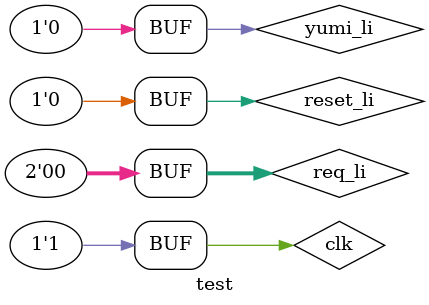
<source format=sv>
module test;
  
  logic reset_li, clk, yumi_li;
  logic [1:0] req_li, gnt_lo;
 
  bsg_arb_round_robin 
  #(.width_p(1)) barr2
  (.reset_i()
   ,.clk_i(clk)
   ,.reqs_i(1'b1)
   ,.grants_o()
   ,.yumi_i()
  );
  
  bsg_arb_round_robin 
  #(.width_p(2)) barr
  (.reset_i(reset_li)
   ,.clk_i(clk)
   ,.reqs_i(req_li)
   ,.grants_o(gnt_lo)
   ,.yumi_i(yumi_li)
  );
  
  initial begin
    $monitor("reset = %b, clk=%b, req_li=%b, gnt_lo=%b, yumi_li=%b, thermo_code=%b",reset_li,clk,req_li,gnt_lo,yumi_li,barr.fi2.thermocode_r);
    #10 reset_li = 1;
    #10 yumi_li = 0;
    #10 req_li = 2'b00;
    #10 clk = 1;
    #10 reset_li = 0;
    #10 clk = 0;
	  #10 req_li = 2'b01;    
    #10 clk = 1;
    #10 yumi_li = 1;
    #10 clk = 1;
    #10 yumi_li = 0;

    #10 clk = 0;
    #10 req_li = 2'b01;    
    #10 yumi_li = 1;    
    #10 clk = 1;

    #10 clk = 0;
    #10 req_li = 2'b10;    
    #10 yumi_li = 1;    
    #10 clk = 1;
    
    #10 clk = 0;
    #10 req_li = 2'b11;    
    #10 yumi_li = 1;    
    #10 clk = 1;    

    #10 clk = 0;
    #10 req_li = 2'b11;    
    #10 yumi_li = 1;    
    #10 clk = 1;        

    #10 clk = 0;
    #10 req_li = 2'b11;    
    #10 yumi_li = 1;    
    #10 clk = 1;            
    
    
    #10 clk = 0;
    #10 req_li = 2'b00;    
    #10 yumi_li = 0;    
    #10 clk = 1;       
    
  end
    
endmodule

</source>
